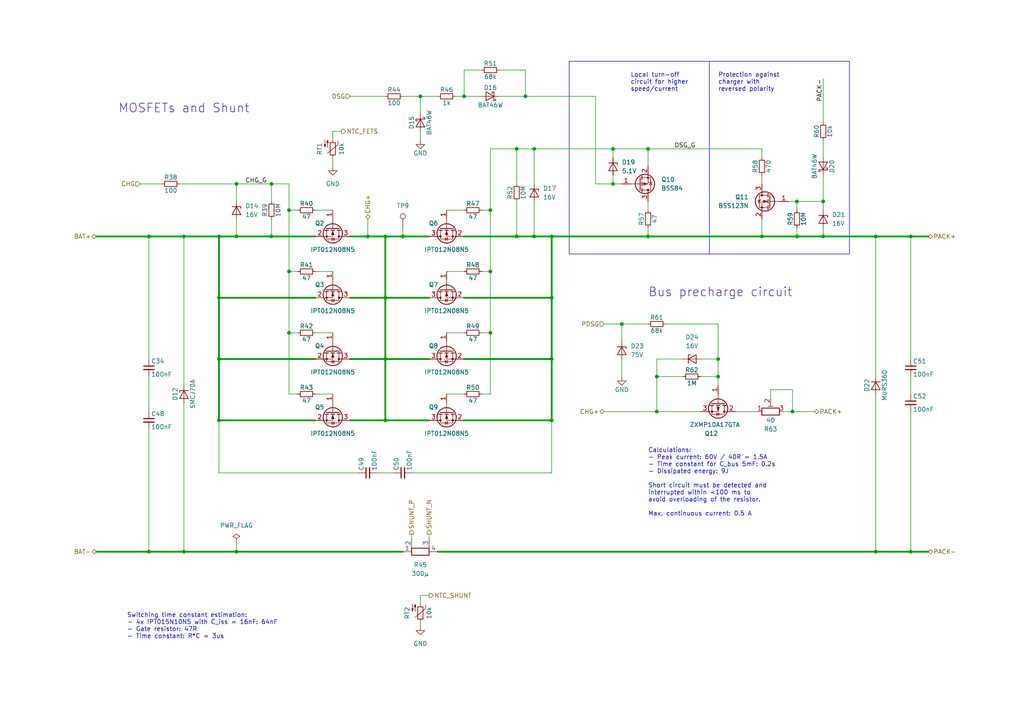
<source format=kicad_sch>
(kicad_sch (version 20231120) (generator "eeschema") (generator_version "8.0")
  (paper "A4")
  (title_block (title "Libre Solar BMS C1") (date "2024-03-17") (rev "0.4.1") (company "Libre Solar Technologies GmbH") (comment 1 "Website: https://libre.solar") (comment 2 "Author: Martin Jäger") (comment 3 "License: CERN-OHL-W"))
  (lib_symbols
    (symbol "Connector:TestPoint" (pin_numbers hide) (pin_names (offset 0.762) hide)
      (property "Reference" "TP" (at 0 6.858 0))
      (property "Value" "TestPoint" (at 0 5.08 0))
      (symbol "TestPoint_0_1"
        (circle (center 0 3.302) (radius 0.762))
      )
      (symbol "TestPoint_1_1"
        (pin passive line (at 0 0 90) (length 2.54) (name "1") (number "1"))
      )
    )
    (symbol "Device:Q_NMOS_GSD" (pin_names (offset 0) hide)
      (property "Reference" "Q" (at 5.08 1.27 0))
      (property "Value" "Q_NMOS_GSD" (at 5.08 -1.27 0))
      (symbol "Q_NMOS_GSD_0_1"
        (polyline (pts (xy 0.254 0) (xy -2.54 0)))
        (polyline (pts (xy 0.254 1.905) (xy 0.254 -1.905)) (stroke (width 0.254)))
        (polyline (pts (xy 0.762 -1.27) (xy 0.762 -2.286)) (stroke (width 0.254)))
        (polyline (pts (xy 0.762 0.508) (xy 0.762 -0.508)) (stroke (width 0.254)))
        (polyline (pts (xy 0.762 2.286) (xy 0.762 1.27)) (stroke (width 0.254)))
        (polyline (pts (xy 2.54 2.54) (xy 2.54 1.778)))
        (polyline (pts (xy 2.54 -2.54) (xy 2.54 0) (xy 0.762 0)))
        (polyline (pts (xy 0.762 -1.778) (xy 3.302 -1.778) (xy 3.302 1.778) (xy 0.762 1.778)))
        (polyline (pts (xy 1.016 0) (xy 2.032 0.381) (xy 2.032 -0.381) (xy 1.016 0)) (fill (type outline)))
        (polyline (pts (xy 2.794 0.508) (xy 2.921 0.381) (xy 3.683 0.381) (xy 3.81 0.254)))
        (polyline (pts (xy 3.302 0.381) (xy 2.921 -0.254) (xy 3.683 -0.254) (xy 3.302 0.381)))
        (circle (center 1.651 0) (radius 2.794) (stroke (width 0.254)))
        (circle (center 2.54 -1.778) (radius 0.254) (fill (type outline)))
        (circle (center 2.54 1.778) (radius 0.254) (fill (type outline)))
      )
      (symbol "Q_NMOS_GSD_1_1"
        (pin input line (at -5.08 0 0) (length 2.54) (name "G") (number "1"))
        (pin passive line (at 2.54 -5.08 90) (length 2.54) (name "S") (number "2"))
        (pin passive line (at 2.54 5.08 270) (length 2.54) (name "D") (number "3"))
      )
    )
    (symbol "Device:Q_PMOS_GDS" (pin_names (offset 0) hide)
      (property "Reference" "Q" (at 5.08 1.27 0))
      (property "Value" "Q_PMOS_GDS" (at 5.08 -1.27 0))
      (symbol "Q_PMOS_GDS_0_1"
        (polyline (pts (xy 0.254 0) (xy -2.54 0)))
        (polyline (pts (xy 0.254 1.905) (xy 0.254 -1.905)) (stroke (width 0.254)))
        (polyline (pts (xy 0.762 -1.27) (xy 0.762 -2.286)) (stroke (width 0.254)))
        (polyline (pts (xy 0.762 0.508) (xy 0.762 -0.508)) (stroke (width 0.254)))
        (polyline (pts (xy 0.762 2.286) (xy 0.762 1.27)) (stroke (width 0.254)))
        (polyline (pts (xy 2.54 2.54) (xy 2.54 1.778)))
        (polyline (pts (xy 2.54 -2.54) (xy 2.54 0) (xy 0.762 0)))
        (polyline (pts (xy 0.762 1.778) (xy 3.302 1.778) (xy 3.302 -1.778) (xy 0.762 -1.778)))
        (polyline (pts (xy 2.286 0) (xy 1.27 0.381) (xy 1.27 -0.381) (xy 2.286 0)) (fill (type outline)))
        (polyline (pts (xy 2.794 -0.508) (xy 2.921 -0.381) (xy 3.683 -0.381) (xy 3.81 -0.254)))
        (polyline (pts (xy 3.302 -0.381) (xy 2.921 0.254) (xy 3.683 0.254) (xy 3.302 -0.381)))
        (circle (center 1.651 0) (radius 2.794) (stroke (width 0.254)))
        (circle (center 2.54 -1.778) (radius 0.254) (fill (type outline)))
        (circle (center 2.54 1.778) (radius 0.254) (fill (type outline)))
      )
      (symbol "Q_PMOS_GDS_1_1"
        (pin input line (at -5.08 0 0) (length 2.54) (name "G") (number "1"))
        (pin passive line (at 2.54 5.08 270) (length 2.54) (name "D") (number "2"))
        (pin passive line (at 2.54 -5.08 90) (length 2.54) (name "S") (number "3"))
      )
    )
    (symbol "Device:Q_PMOS_GSD" (pin_names (offset 0) hide)
      (property "Reference" "Q" (at 5.08 1.27 0))
      (property "Value" "Q_PMOS_GSD" (at 5.08 -1.27 0))
      (symbol "Q_PMOS_GSD_0_1"
        (polyline (pts (xy 0.254 0) (xy -2.54 0)))
        (polyline (pts (xy 0.254 1.905) (xy 0.254 -1.905)) (stroke (width 0.254)))
        (polyline (pts (xy 0.762 -1.27) (xy 0.762 -2.286)) (stroke (width 0.254)))
        (polyline (pts (xy 0.762 0.508) (xy 0.762 -0.508)) (stroke (width 0.254)))
        (polyline (pts (xy 0.762 2.286) (xy 0.762 1.27)) (stroke (width 0.254)))
        (polyline (pts (xy 2.54 2.54) (xy 2.54 1.778)))
        (polyline (pts (xy 2.54 -2.54) (xy 2.54 0) (xy 0.762 0)))
        (polyline (pts (xy 0.762 1.778) (xy 3.302 1.778) (xy 3.302 -1.778) (xy 0.762 -1.778)))
        (polyline (pts (xy 2.286 0) (xy 1.27 0.381) (xy 1.27 -0.381) (xy 2.286 0)) (fill (type outline)))
        (polyline (pts (xy 2.794 -0.508) (xy 2.921 -0.381) (xy 3.683 -0.381) (xy 3.81 -0.254)))
        (polyline (pts (xy 3.302 -0.381) (xy 2.921 0.254) (xy 3.683 0.254) (xy 3.302 -0.381)))
        (circle (center 1.651 0) (radius 2.794) (stroke (width 0.254)))
        (circle (center 2.54 -1.778) (radius 0.254) (fill (type outline)))
        (circle (center 2.54 1.778) (radius 0.254) (fill (type outline)))
      )
      (symbol "Q_PMOS_GSD_1_1"
        (pin input line (at -5.08 0 0) (length 2.54) (name "G") (number "1"))
        (pin passive line (at 2.54 -5.08 90) (length 2.54) (name "S") (number "2"))
        (pin passive line (at 2.54 5.08 270) (length 2.54) (name "D") (number "3"))
      )
    )
    (symbol "Device:R_Potentiometer_Trim" (pin_names (offset 1.016) hide)
      (property "Reference" "RV" (at -4.445 0 90))
      (property "Value" "R_Potentiometer_Trim" (at -2.54 0 90))
      (symbol "R_Potentiometer_Trim_0_1"
        (polyline (pts (xy 1.524 0.762) (xy 1.524 -0.762)))
        (polyline (pts (xy 2.54 0) (xy 1.524 0)))
        (rectangle (start 1.016 2.54) (end -1.016 -2.54) (stroke (width 0.254)))
      )
      (symbol "R_Potentiometer_Trim_1_1"
        (pin passive line (at 0 3.81 270) (length 1.27) (name "1") (number "1"))
        (pin passive line (at 3.81 0 180) (length 1.27) (name "2") (number "2"))
        (pin passive line (at 0 -3.81 90) (length 1.27) (name "3") (number "3"))
      )
    )
    (symbol "Device:R_Shunt" (pin_numbers hide) (pin_names (offset 0))
      (property "Reference" "R" (at -4.445 0 90))
      (property "Value" "R_Shunt" (at -2.54 0 90))
      (symbol "R_Shunt_0_1"
        (rectangle (start -1.016 -2.54) (end 1.016 2.54) (stroke (width 0.254)))
        (polyline (pts (xy 0 -2.54) (xy 1.27 -2.54)))
        (polyline (pts (xy 1.27 2.54) (xy 0 2.54)))
      )
      (symbol "R_Shunt_1_1"
        (pin passive line (at 0 5.08 270) (length 2.54) (name "1") (number "1"))
        (pin passive line (at 3.81 2.54 180) (length 2.54) (name "2") (number "2"))
        (pin passive line (at 3.81 -2.54 180) (length 2.54) (name "3") (number "3"))
        (pin passive line (at 0 -5.08 90) (length 2.54) (name "4") (number "4"))
      )
    )
    (symbol "LibreSolar:C" (pin_numbers hide) (pin_names (offset 0.254) hide)
      (property "Reference" "C" (at 0.635 1.905 0))
      (property "Value" "C" (at 0.635 -1.905 0))
      (symbol "C_0_1"
        (polyline (pts (xy -1.524 -0.508) (xy 1.524 -0.508)) (stroke (width 0.3302)))
        (polyline (pts (xy -1.524 0.508) (xy 0 0.508) (xy 1.524 0.508)) (stroke (width 0.3048)))
      )
      (symbol "C_1_1"
        (pin passive line (at 0 2.54 270) (length 1.905) (name "~") (number "1"))
        (pin passive line (at 0 -2.54 90) (length 2.032) (name "~") (number "2"))
      )
    )
    (symbol "LibreSolar:D" (pin_numbers hide) (pin_names (offset 0.254) hide)
      (property "Reference" "D" (at 0 2.54 0))
      (property "Value" "D" (at 0 -2.54 0))
      (symbol "D_0_1"
        (polyline (pts (xy -1.27 0) (xy 1.27 0)))
        (polyline (pts (xy -1.016 -1.27) (xy -1.016 1.27)) (stroke (width 0.2032)))
        (polyline (pts (xy 1.27 -1.27) (xy -1.016 0) (xy 1.27 1.27) (xy 1.27 -1.27)) (stroke (width 0.2032)))
      )
      (symbol "D_1_1"
        (pin passive line (at -2.54 0 0) (length 1.27) (name "K") (number "1"))
        (pin passive line (at 2.54 0 180) (length 1.27) (name "A") (number "2"))
      )
    )
    (symbol "LibreSolar:D_Schottky" (pin_numbers hide) (pin_names (offset 0.254) hide)
      (property "Reference" "D" (at 0 2.54 0))
      (property "Value" "D_Schottky" (at 0 -2.54 0))
      (symbol "D_Schottky_0_1"
        (polyline (pts (xy -1.016 -1.27) (xy -1.016 1.27)) (stroke (width 0.2032)))
        (polyline (pts (xy 1.27 0) (xy -1.27 0)))
        (polyline (pts (xy -1.016 -1.27) (xy -1.524 -1.27) (xy -1.524 -0.762)) (stroke (width 0.2032)))
        (polyline (pts (xy -1.016 1.27) (xy -0.508 1.27) (xy -0.508 0.762)) (stroke (width 0.2032)))
        (polyline (pts (xy 1.27 -1.27) (xy -1.016 0) (xy 1.27 1.27) (xy 1.27 -1.27)) (stroke (width 0.2032)))
      )
      (symbol "D_Schottky_1_1"
        (pin passive line (at -2.54 0 0) (length 1.27) (name "K") (number "1"))
        (pin passive line (at 2.54 0 180) (length 1.27) (name "A") (number "2"))
      )
    )
    (symbol "LibreSolar:D_Zener" (pin_numbers hide) (pin_names (offset 1.016) hide)
      (property "Reference" "D" (at 0 2.54 0))
      (property "Value" "D_Zener" (at 0 -2.54 0))
      (symbol "D_Zener_0_1"
        (polyline (pts (xy 1.27 0) (xy -1.27 0)))
        (polyline (pts (xy -1.016 0) (xy 1.27 1.27) (xy 1.27 -1.27) (xy -1.016 0)) (stroke (width 0.2032)))
        (polyline (pts (xy -0.508 1.27) (xy -1.016 1.27) (xy -1.016 0) (xy -1.016 -1.27)) (stroke (width 0.2032)))
      )
      (symbol "D_Zener_1_1"
        (pin passive line (at -2.54 0 0) (length 1.27) (name "K") (number "1"))
        (pin passive line (at 2.54 0 180) (length 1.27) (name "A") (number "2"))
      )
    )
    (symbol "LibreSolar:R" (pin_numbers hide) (pin_names (offset 0.254) hide)
      (property "Reference" "R" (at -1.905 0 90))
      (property "Value" "R" (at 1.905 0 90))
      (symbol "R_0_1"
        (rectangle (start -0.762 1.778) (end 0.762 -1.778) (stroke (width 0.2032)))
      )
      (symbol "R_1_1"
        (pin passive line (at 0 2.54 270) (length 0.762) (name "~") (number "1"))
        (pin passive line (at 0 -2.54 90) (length 0.762) (name "~") (number "2"))
      )
    )
    (symbol "LibreSolar:R_NTC" (pin_numbers hide) (pin_names (offset 0))
      (property "Reference" "RT" (at -3.81 0 90))
      (property "Value" "R_NTC" (at 2.54 0 90))
      (symbol "R_NTC_0_1"
        (rectangle (start -0.762 1.778) (end 0.762 -1.778) (stroke (width 0.2032)))
        (polyline (pts (xy 1.524 -2.286) (xy 1.524 -1.27) (xy -1.524 1.27)))
        (polyline (pts (xy -2.286 -2.54) (xy -2.286 -0.508) (xy -2.54 -1.27) (xy -2.032 -1.27) (xy -2.286 -0.508) (xy -2.286 -0.762)) (fill (type outline)))
        (polyline (pts (xy -1.524 -0.508) (xy -1.524 -2.54) (xy -1.778 -1.778) (xy -1.27 -1.778) (xy -1.524 -2.54) (xy -1.524 -2.286)) (fill (type outline)))
      )
      (symbol "R_NTC_1_1"
        (pin passive line (at 0 2.54 270) (length 0.762) (name "~") (number "1"))
        (pin passive line (at 0 -2.54 90) (length 0.762) (name "~") (number "2"))
      )
    )
    (symbol "power:GND" (power) (pin_names (offset 0))
      (property "Value" "GND" (at 0 -3.81 0))
      (symbol "GND_0_1"
        (polyline (pts (xy 0 0) (xy 0 -1.27) (xy 1.27 -1.27) (xy 0 -2.54) (xy -1.27 -1.27) (xy 0 -1.27)))
      )
      (symbol "GND_1_1"
        (pin power_in line (at 0 0 270) (length 0) hide (name "GND") (number "1"))
      )
    )
    (symbol "power:PWR_FLAG" (power) (pin_numbers hide) (pin_names (offset 0) hide)
      (property "Value" "PWR_FLAG" (at 0 3.81 0))
      (symbol "PWR_FLAG_0_0"
        (pin power_out line (at 0 0 90) (length 0) (name "pwr") (number "1"))
      )
      (symbol "PWR_FLAG_0_1"
        (polyline (pts (xy 0 0) (xy 0 1.27) (xy -1.016 1.905) (xy 0 2.54) (xy 1.016 1.905) (xy 0 1.27)))
      )
    )
  )
  (junction (at 116.84 68.58))
  (junction (at 187.96 68.58))
  (junction (at 142.24 60.96))
  (junction (at 111.76 68.58))
  (junction (at 83.82 96.52))
  (junction (at 68.58 53.34))
  (junction (at 187.96 43.18))
  (junction (at 149.86 43.18))
  (junction (at 68.58 160.02))
  (junction (at 78.74 53.34))
  (junction (at 208.28 104.14))
  (junction (at 68.58 68.58))
  (junction (at 152.4 27.94))
  (junction (at 231.14 58.42))
  (junction (at 160.02 104.14))
  (junction (at 238.76 68.58))
  (junction (at 264.16 68.58))
  (junction (at 177.8 53.34))
  (junction (at 43.18 68.58))
  (junction (at 220.98 68.58))
  (junction (at 111.76 121.92))
  (junction (at 111.76 104.14))
  (junction (at 180.34 93.98))
  (junction (at 238.76 58.42))
  (junction (at 142.24 78.74))
  (junction (at 254 160.02))
  (junction (at 63.5 68.58) (diameter 0.9144))
  (junction (at 231.14 68.58))
  (junction (at 160.02 86.36))
  (junction (at 149.86 68.58))
  (junction (at 78.74 68.58))
  (junction (at 154.94 43.18))
  (junction (at 254 68.58))
  (junction (at 53.34 160.02))
  (junction (at 83.82 78.74))
  (junction (at 208.28 109.22))
  (junction (at 111.76 86.36))
  (junction (at 229.87 119.38))
  (junction (at 63.5 86.36) (diameter 0.9144))
  (junction (at 160.02 121.92))
  (junction (at 177.8 43.18))
  (junction (at 154.94 68.58))
  (junction (at 106.68 68.58))
  (junction (at 43.18 160.02))
  (junction (at 134.62 27.94))
  (junction (at 63.5 104.14))
  (junction (at 264.16 160.02))
  (junction (at 190.5 119.38))
  (junction (at 190.5 109.22))
  (junction (at 121.92 27.94))
  (junction (at 53.34 68.58))
  (junction (at 63.5 121.92))
  (junction (at 160.02 68.58))
  (junction (at 142.24 96.52))
  (junction (at 83.82 60.96))
  (wire (pts (xy 187.96 43.18) (xy 187.96 48.26)))
  (wire (pts (xy 149.86 43.18) (xy 154.94 43.18)))
  (wire (pts (xy 68.58 53.34) (xy 78.74 53.34)))
  (wire (pts (xy 124.46 154.94) (xy 124.46 156.21)))
  (polyline (pts (xy 165.1 17.78) (xy 165.1 73.66)))
  (wire (pts (xy 144.78 20.32) (xy 152.4 20.32)))
  (wire (pts (xy 160.02 68.58) (xy 160.02 86.36)) (stroke (width 0.508)))
  (wire (pts (xy 254 68.58) (xy 254 109.22)))
  (wire (pts (xy 220.98 50.8) (xy 220.98 53.34)))
  (wire (pts (xy 223.52 113.03) (xy 229.87 113.03)))
  (wire (pts (xy 180.34 93.98) (xy 187.96 93.98)))
  (wire (pts (xy 83.82 114.3) (xy 86.36 114.3)))
  (wire (pts (xy 63.5 86.36) (xy 63.5 104.14)) (stroke (width 0.508)))
  (wire (pts (xy 78.74 68.58) (xy 91.44 68.58)) (stroke (width 0.508)))
  (wire (pts (xy 142.24 43.18) (xy 149.86 43.18)))
  (wire (pts (xy 134.62 20.32) (xy 134.62 27.94)))
  (wire (pts (xy 119.38 154.94) (xy 119.38 156.21)))
  (wire (pts (xy 187.96 43.18) (xy 220.98 43.18)))
  (wire (pts (xy 111.76 68.58) (xy 116.84 68.58)) (stroke (width 0.508)))
  (wire (pts (xy 111.76 104.14) (xy 124.46 104.14)) (stroke (width 0.508)))
  (wire (pts (xy 68.58 68.58) (xy 78.74 68.58)) (stroke (width 0.508)))
  (wire (pts (xy 83.82 78.74) (xy 83.82 96.52)))
  (wire (pts (xy 43.18 124.46) (xy 43.18 160.02)))
  (wire (pts (xy 160.02 86.36) (xy 160.02 104.14)) (stroke (width 0.508)))
  (wire (pts (xy 68.58 53.34) (xy 68.58 58.42)))
  (wire (pts (xy 40.64 53.34) (xy 46.99 53.34)))
  (wire (pts (xy 104.14 137.16) (xy 63.5 137.16)))
  (wire (pts (xy 175.26 93.98) (xy 180.34 93.98)))
  (wire (pts (xy 83.82 60.96) (xy 86.36 60.96)))
  (wire (pts (xy 208.28 104.14) (xy 208.28 109.22)))
  (wire (pts (xy 53.34 68.58) (xy 53.34 111.76)))
  (wire (pts (xy 142.24 96.52) (xy 142.24 114.3)))
  (wire (pts (xy 106.68 68.58) (xy 111.76 68.58)) (stroke (width 0.508)))
  (wire (pts (xy 106.68 63.5) (xy 106.68 68.58)))
  (wire (pts (xy 160.02 104.14) (xy 160.02 121.92)) (stroke (width 0.508)))
  (wire (pts (xy 160.02 121.92) (xy 160.02 137.16)))
  (wire (pts (xy 254 68.58) (xy 264.16 68.58)) (stroke (width 0.508)))
  (wire (pts (xy 154.94 43.18) (xy 154.94 53.34)))
  (wire (pts (xy 149.86 58.42) (xy 149.86 68.58)))
  (wire (pts (xy 91.44 78.74) (xy 96.52 78.74)))
  (wire (pts (xy 238.76 66.04) (xy 238.76 68.58)))
  (wire (pts (xy 111.76 104.14) (xy 111.76 121.92)) (stroke (width 0.508)))
  (wire (pts (xy 121.92 27.94) (xy 127 27.94)))
  (wire (pts (xy 63.5 104.14) (xy 63.5 121.92)) (stroke (width 0.508)))
  (wire (pts (xy 134.62 104.14) (xy 160.02 104.14)) (stroke (width 0.508)))
  (wire (pts (xy 111.76 68.58) (xy 111.76 86.36)) (stroke (width 0.508)))
  (wire (pts (xy 231.14 66.04) (xy 231.14 68.58)))
  (polyline (pts (xy 165.1 73.66) (xy 205.74 73.66)))
  (wire (pts (xy 160.02 68.58) (xy 187.96 68.58)) (stroke (width 0.508)))
  (wire (pts (xy 144.78 27.94) (xy 152.4 27.94)))
  (wire (pts (xy 63.5 86.36) (xy 91.44 86.36)) (stroke (width 0.508)))
  (wire (pts (xy 139.7 20.32) (xy 134.62 20.32)))
  (wire (pts (xy 208.28 93.98) (xy 193.04 93.98)))
  (wire (pts (xy 78.74 53.34) (xy 78.74 58.42)))
  (wire (pts (xy 238.76 40.64) (xy 238.76 45.72)))
  (wire (pts (xy 132.08 27.94) (xy 134.62 27.94)))
  (wire (pts (xy 139.7 78.74) (xy 142.24 78.74)))
  (wire (pts (xy 63.5 68.58) (xy 63.5 86.36)) (stroke (width 0.508)))
  (wire (pts (xy 172.72 53.34) (xy 177.8 53.34)))
  (wire (pts (xy 231.14 58.42) (xy 238.76 58.42)))
  (wire (pts (xy 96.52 48.26) (xy 96.52 45.72)))
  (wire (pts (xy 101.6 27.94) (xy 111.76 27.94)))
  (wire (pts (xy 68.58 160.02) (xy 116.84 160.02)) (stroke (width 0.508)))
  (wire (pts (xy 53.34 116.84) (xy 53.34 160.02)))
  (wire (pts (xy 198.12 104.14) (xy 190.5 104.14)))
  (wire (pts (xy 63.5 68.58) (xy 68.58 68.58)) (stroke (width 0.508)))
  (wire (pts (xy 187.96 68.58) (xy 220.98 68.58)) (stroke (width 0.508)))
  (wire (pts (xy 238.76 50.8) (xy 238.76 58.42)))
  (wire (pts (xy 213.36 119.38) (xy 219.71 119.38)))
  (wire (pts (xy 154.94 43.18) (xy 177.8 43.18)))
  (wire (pts (xy 154.94 68.58) (xy 160.02 68.58)) (stroke (width 0.508)))
  (wire (pts (xy 152.4 27.94) (xy 172.72 27.94)))
  (wire (pts (xy 208.28 109.22) (xy 203.2 109.22)))
  (wire (pts (xy 101.6 86.36) (xy 111.76 86.36)) (stroke (width 0.508)))
  (wire (pts (xy 116.84 66.04) (xy 116.84 68.58)))
  (polyline (pts (xy 165.1 17.78) (xy 205.74 17.78)))
  (wire (pts (xy 111.76 121.92) (xy 124.46 121.92)) (stroke (width 0.508)))
  (wire (pts (xy 229.87 113.03) (xy 229.87 119.38)))
  (wire (pts (xy 229.87 119.38) (xy 236.22 119.38)))
  (wire (pts (xy 208.28 111.76) (xy 208.28 109.22)))
  (wire (pts (xy 254 160.02) (xy 264.16 160.02)) (stroke (width 0.508)))
  (wire (pts (xy 43.18 68.58) (xy 53.34 68.58)) (stroke (width 0.508)))
  (wire (pts (xy 134.62 121.92) (xy 160.02 121.92)) (stroke (width 0.508)))
  (wire (pts (xy 142.24 60.96) (xy 142.24 78.74)))
  (wire (pts (xy 129.54 78.74) (xy 134.62 78.74)))
  (wire (pts (xy 111.76 104.14) (xy 111.76 86.36)) (stroke (width 0.508)))
  (wire (pts (xy 53.34 160.02) (xy 68.58 160.02)) (stroke (width 0.508)))
  (wire (pts (xy 96.52 38.1) (xy 96.52 40.64)))
  (wire (pts (xy 177.8 53.34) (xy 180.34 53.34)))
  (wire (pts (xy 86.36 78.74) (xy 83.82 78.74)))
  (wire (pts (xy 264.16 119.38) (xy 264.16 160.02)))
  (wire (pts (xy 68.58 63.5) (xy 68.58 68.58)))
  (wire (pts (xy 53.34 68.58) (xy 63.5 68.58)) (stroke (width 0.508)))
  (wire (pts (xy 121.92 181.61) (xy 121.92 180.34)))
  (wire (pts (xy 139.7 114.3) (xy 142.24 114.3)))
  (wire (pts (xy 190.5 104.14) (xy 190.5 109.22)))
  (wire (pts (xy 121.92 27.94) (xy 121.92 33.02)))
  (wire (pts (xy 101.6 104.14) (xy 111.76 104.14)) (stroke (width 0.508)))
  (wire (pts (xy 220.98 63.5) (xy 220.98 68.58)))
  (wire (pts (xy 119.38 137.16) (xy 160.02 137.16)))
  (wire (pts (xy 116.84 68.58) (xy 124.46 68.58)) (stroke (width 0.508)))
  (wire (pts (xy 78.74 53.34) (xy 83.82 53.34)))
  (wire (pts (xy 134.62 27.94) (xy 139.7 27.94)))
  (wire (pts (xy 177.8 50.8) (xy 177.8 53.34)))
  (wire (pts (xy 149.86 68.58) (xy 154.94 68.58)) (stroke (width 0.508)))
  (wire (pts (xy 152.4 20.32) (xy 152.4 27.94)))
  (wire (pts (xy 227.33 119.38) (xy 229.87 119.38)))
  (wire (pts (xy 264.16 109.22) (xy 264.16 114.3)))
  (polyline (pts (xy 246.38 73.66) (xy 246.38 17.78)))
  (wire (pts (xy 83.82 96.52) (xy 86.36 96.52)))
  (wire (pts (xy 231.14 58.42) (xy 231.14 60.96)))
  (wire (pts (xy 83.82 53.34) (xy 83.82 60.96)))
  (wire (pts (xy 142.24 43.18) (xy 142.24 60.96)))
  (wire (pts (xy 91.44 60.96) (xy 96.52 60.96)))
  (wire (pts (xy 180.34 104.14) (xy 180.34 109.22)))
  (wire (pts (xy 231.14 68.58) (xy 238.76 68.58)) (stroke (width 0.508)))
  (wire (pts (xy 142.24 78.74) (xy 142.24 96.52)))
  (wire (pts (xy 78.74 63.5) (xy 78.74 68.58)))
  (wire (pts (xy 121.92 172.72) (xy 121.92 175.26)))
  (wire (pts (xy 238.76 60.96) (xy 238.76 58.42)))
  (wire (pts (xy 99.06 38.1) (xy 96.52 38.1)))
  (wire (pts (xy 220.98 68.58) (xy 231.14 68.58)) (stroke (width 0.508)))
  (wire (pts (xy 101.6 68.58) (xy 106.68 68.58)) (stroke (width 0.508)))
  (wire (pts (xy 116.84 27.94) (xy 121.92 27.94)))
  (wire (pts (xy 154.94 58.42) (xy 154.94 68.58)))
  (wire (pts (xy 27.94 68.58) (xy 43.18 68.58)) (stroke (width 0.508)))
  (wire (pts (xy 177.8 43.18) (xy 187.96 43.18)))
  (wire (pts (xy 127 160.02) (xy 254 160.02)) (stroke (width 0.508)))
  (wire (pts (xy 180.34 93.98) (xy 180.34 99.06)))
  (polyline (pts (xy 205.74 73.66) (xy 246.38 73.66)))
  (wire (pts (xy 254 114.3) (xy 254 160.02)))
  (wire (pts (xy 63.5 121.92) (xy 91.44 121.92)) (stroke (width 0.508)))
  (wire (pts (xy 27.94 160.02) (xy 43.18 160.02)) (stroke (width 0.508)))
  (wire (pts (xy 175.26 119.38) (xy 190.5 119.38)))
  (wire (pts (xy 91.44 96.52) (xy 96.52 96.52)))
  (wire (pts (xy 83.82 96.52) (xy 83.82 114.3)))
  (wire (pts (xy 223.52 115.57) (xy 223.52 113.03)))
  (wire (pts (xy 238.76 22.86) (xy 238.76 35.56)))
  (wire (pts (xy 91.44 114.3) (xy 96.52 114.3)))
  (wire (pts (xy 139.7 96.52) (xy 142.24 96.52)))
  (wire (pts (xy 190.5 109.22) (xy 190.5 119.38)))
  (wire (pts (xy 228.6 58.42) (xy 231.14 58.42)))
  (wire (pts (xy 101.6 121.92) (xy 111.76 121.92)) (stroke (width 0.508)))
  (wire (pts (xy 43.18 160.02) (xy 53.34 160.02)) (stroke (width 0.508)))
  (wire (pts (xy 68.58 157.48) (xy 68.58 160.02)))
  (wire (pts (xy 52.07 53.34) (xy 68.58 53.34)))
  (wire (pts (xy 203.2 119.38) (xy 190.5 119.38)))
  (wire (pts (xy 208.28 104.14) (xy 208.28 93.98)))
  (wire (pts (xy 203.2 104.14) (xy 208.28 104.14)))
  (wire (pts (xy 187.96 58.42) (xy 187.96 60.96)))
  (wire (pts (xy 83.82 78.74) (xy 83.82 60.96)))
  (wire (pts (xy 172.72 53.34) (xy 172.72 27.94)))
  (wire (pts (xy 177.8 43.18) (xy 177.8 45.72)))
  (wire (pts (xy 187.96 66.04) (xy 187.96 68.58)))
  (wire (pts (xy 129.54 60.96) (xy 134.62 60.96)))
  (wire (pts (xy 124.46 172.72) (xy 121.92 172.72)))
  (wire (pts (xy 198.12 109.22) (xy 190.5 109.22)))
  (wire (pts (xy 264.16 160.02) (xy 269.24 160.02)) (stroke (width 0.508)))
  (polyline (pts (xy 205.74 17.78) (xy 246.38 17.78)))
  (wire (pts (xy 129.54 114.3) (xy 134.62 114.3)))
  (wire (pts (xy 129.54 96.52) (xy 134.62 96.52)))
  (wire (pts (xy 238.76 68.58) (xy 254 68.58)) (stroke (width 0.508)))
  (wire (pts (xy 111.76 86.36) (xy 124.46 86.36)) (stroke (width 0.508)))
  (wire (pts (xy 43.18 68.58) (xy 43.18 104.14)))
  (wire (pts (xy 264.16 68.58) (xy 264.16 104.14)))
  (wire (pts (xy 43.18 109.22) (xy 43.18 119.38)))
  (wire (pts (xy 121.92 38.1) (xy 121.92 40.64)))
  (wire (pts (xy 63.5 137.16) (xy 63.5 121.92)))
  (wire (pts (xy 114.3 137.16) (xy 109.22 137.16)))
  (wire (pts (xy 139.7 60.96) (xy 142.24 60.96)))
  (polyline (pts (xy 205.74 17.78) (xy 205.74 73.66)))
  (wire (pts (xy 149.86 43.18) (xy 149.86 53.34)))
  (wire (pts (xy 134.62 68.58) (xy 149.86 68.58)) (stroke (width 0.508)))
  (wire (pts (xy 220.98 45.72) (xy 220.98 43.18)))
  (wire (pts (xy 134.62 86.36) (xy 160.02 86.36)) (stroke (width 0.508)))
  (wire (pts (xy 264.16 68.58) (xy 269.24 68.58)) (stroke (width 0.508)))
  (wire (pts (xy 63.5 104.14) (xy 91.44 104.14)) (stroke (width 0.508)))
  (text "Protection against\ncharger with \nreversed polarity" (at 208.28 26.67 0) (effects (font (size 1.27 1.27)) (justify left bottom)))
  (text "Switching time constant estimation:\n- 4x IPT015N10N5 with C_iss = 16nF: 64nF\n- Gate resistor: 47R\n- Time constant: R*C = 3us" (at 36.83 185.42 0) (effects (font (size 1.27 1.27)) (justify left bottom)))
  (text "MOSFETs and Shunt" (at 34.29 33.02 0) (effects (font (size 2.54 2.54)) (justify left bottom)))
  (text "Local turn-off \ncircuit for higher\nspeed/current" (at 182.88 26.67 0) (effects (font (size 1.27 1.27)) (justify left bottom)))
  (text "Bus precharge circuit" (at 187.96 86.36 0) (effects (font (size 2.54 2.54)) (justify left bottom)))
  (text "Calculations:\n- Peak current: 60V / 40R = 1.5A\n- Time constant for C_bus 5mF: 0.2s\n- Dissipated energy: 9J\n\nShort circuit must be detected and\ninterrupted within <100 ms to\navoid overloading of the resistor.\n\nMax. continuous current: 0.5 A" (at 187.96 149.86 0) (effects (font (size 1.27 1.27)) (justify left bottom)))
  (label "PACK-" (at 238.76 22.86 270))
  (label "DSG_G" (at 195.58 43.18 0))
  (label "CHG_G" (at 71.12 53.34 0))
  (hierarchical_label "DSG" (shape input) (at 101.6 27.94 180))
  (hierarchical_label "PDSG" (shape input) (at 175.26 93.98 180))
  (hierarchical_label "CHG" (shape input) (at 40.64 53.34 180))
  (hierarchical_label "NTC_SHUNT" (shape output) (at 124.46 172.72 0))
  (hierarchical_label "BAT+" (shape bidirectional) (at 27.94 68.58 180))
  (hierarchical_label "SHUNT_N" (shape output) (at 124.46 154.94 90))
  (hierarchical_label "CHG+" (shape bidirectional) (at 175.26 119.38 180))
  (hierarchical_label "PACK+" (shape bidirectional) (at 269.24 68.58 0))
  (hierarchical_label "BAT-" (shape bidirectional) (at 27.94 160.02 180))
  (hierarchical_label "CHG+" (shape bidirectional) (at 106.68 63.5 90))
  (hierarchical_label "PACK-" (shape bidirectional) (at 269.24 160.02 0))
  (hierarchical_label "PACK+" (shape bidirectional) (at 236.22 119.38 0))
  (hierarchical_label "SHUNT_P" (shape output) (at 119.38 154.94 90))
  (hierarchical_label "NTC_FETS" (shape output) (at 99.06 38.1 0))
  (symbol (lib_id "LibreSolar:R_NTC") (at 96.52 43.18 0) (mirror x) (unit 1)
    (property "Reference" "RT1" (at 92.71 43.18 90))
    (property "Value" "10k" (at 99.06 43.18 90))
    (property "Footprint" "LibreSolar:R_0603_1608" (effects (hide yes)))
    (property "Manufacturer" "TDK" (effects (hide yes)))
    (property "PartNumber" "NTCG163JF103FT1S" (effects (hide yes)))
    (property "LCSC" "C406719" (effects (hide yes)))
  )
  (symbol (lib_id "LibreSolar:D_Zener") (at 53.34 114.3 90) (mirror x) (unit 1)
    (property "Reference" "D12" (at 50.8 114.3 0))
    (property "Value" "SMCJ70A" (at 55.88 114.3 0))
    (property "Footprint" "LibreSolar:D_SMC" (effects (hide yes)))
    (property "Manufacturer" "Bourns" (effects (hide yes)))
    (property "PartNumber" "SMCJ70A" (effects (hide yes)))
    (property "Remarks" "Alternative: Diodes Inc. SMCJ70A-13-F" (effects (hide yes)))
    (property "LCSC" "C135194" (effects (hide yes)))
  )
  (symbol (lib_id "LibreSolar:D") (at 254 111.76 90) (mirror x) (unit 1)
    (property "Reference" "D22" (at 251.46 111.76 0))
    (property "Value" "MURS360" (at 256.54 111.76 0))
    (property "Footprint" "LibreSolar:D_SMC" (effects (hide yes)))
    (property "Manufacturer" "Diodes Incorporated" (effects (hide yes)))
    (property "PartNumber" "MURS360" (effects (hide yes)))
    (property "Remarks" "Alternative: Other MURS360" (effects (hide yes)))
    (property "LCSC" "C388245" (effects (hide yes)))
  )
  (symbol (lib_id "LibreSolar:C") (at 264.16 106.68 0) (unit 1)
    (property "Reference" "C51" (at 264.795 104.775 0) (effects (justify left)))
    (property "Value" "100nF" (at 264.795 108.585 0) (effects (justify left)))
    (property "Footprint" "LibreSolar:C_0603_1608" (effects (hide yes)))
    (property "Manufacturer" "Samsung Electro-Mechanics" (effects (hide yes)))
    (property "PartNumber" "CL10B104KC8NNNC" (effects (hide yes)))
    (property "Remarks" "min. 100V, X7R" (effects (hide yes)))
    (property "LCSC" "C15725" (effects (hide yes)))
  )
  (symbol (lib_id "LibreSolar:C") (at 264.16 116.84 0) (unit 1)
    (property "Reference" "C52" (at 264.795 114.935 0) (effects (justify left)))
    (property "Value" "100nF" (at 264.795 118.745 0) (effects (justify left)))
    (property "Footprint" "LibreSolar:C_0603_1608" (effects (hide yes)))
    (property "Manufacturer" "Samsung Electro-Mechanics" (effects (hide yes)))
    (property "PartNumber" "CL10B104KC8NNNC" (effects (hide yes)))
    (property "Remarks" "min. 100V, X7R" (effects (hide yes)))
    (property "LCSC" "C15725" (effects (hide yes)))
  )
  (symbol (lib_id "LibreSolar:C") (at 106.68 137.16 90) (unit 1)
    (property "Reference" "C49" (at 104.775 136.525 0) (effects (justify left)))
    (property "Value" "100nF" (at 108.585 136.525 0) (effects (justify left)))
    (property "Footprint" "LibreSolar:C_0603_1608" (effects (hide yes)))
    (property "Manufacturer" "Samsung Electro-Mechanics" (effects (hide yes)))
    (property "PartNumber" "CL10B104KC8NNNC" (effects (hide yes)))
    (property "Remarks" "min. 100V, X7R" (effects (hide yes)))
    (property "LCSC" "C15725" (effects (hide yes)))
  )
  (symbol (lib_id "LibreSolar:C") (at 116.84 137.16 90) (unit 1)
    (property "Reference" "C50" (at 114.935 136.525 0) (effects (justify left)))
    (property "Value" "100nF" (at 118.745 136.525 0) (effects (justify left)))
    (property "Footprint" "LibreSolar:C_0603_1608" (effects (hide yes)))
    (property "Manufacturer" "Samsung Electro-Mechanics" (effects (hide yes)))
    (property "PartNumber" "CL10B104KC8NNNC" (effects (hide yes)))
    (property "Remarks" "min. 100V, X7R" (effects (hide yes)))
    (property "LCSC" "C15725" (effects (hide yes)))
  )
  (symbol (lib_id "Device:Q_PMOS_GDS") (at 208.28 116.84 270) (unit 1)
    (property "Reference" "Q12" (at 208.28 125.73 90) (effects (justify right)))
    (property "Value" "ZXMP10A17GTA" (at 214.63 123.19 90) (effects (justify right)))
    (property "Footprint" "Package_TO_SOT_SMD:SOT-223-3_TabPin2" (effects (hide yes)))
    (property "Manufacturer" "Diodes Incorporated" (effects (hide yes)))
    (property "PartNumber" "ZXMP10A17GTA" (effects (hide yes)))
    (property "Remarks" "Alternative: IRFL9110TRPBF" (effects (hide yes)))
    (property "LCSC" "C32998" (effects (hide yes)))
  )
  (symbol (lib_id "LibreSolar:R") (at 78.74 60.96 0) (unit 1)
    (property "Reference" "R39" (at 76.835 60.96 90))
    (property "Value" "10M" (at 80.645 60.96 90))
    (property "Footprint" "LibreSolar:R_0603_1608" (effects (hide yes)))
    (property "Manufacturer" "Yageo" (effects (hide yes)))
    (property "PartNumber" "RC0603FR-0710ML" (effects (hide yes)))
  )
  (symbol (lib_id "LibreSolar:R") (at 149.86 55.88 0) (unit 1)
    (property "Reference" "R52" (at 147.955 55.88 90))
    (property "Value" "10M" (at 151.765 55.88 90))
    (property "Footprint" "LibreSolar:R_0603_1608" (effects (hide yes)))
    (property "Manufacturer" "Yageo" (effects (hide yes)))
    (property "PartNumber" "RC0603FR-0710ML" (effects (hide yes)))
  )
  (symbol (lib_id "Device:R_Shunt") (at 121.92 160.02 90) (unit 1)
    (property "Reference" "R45" (at 121.92 163.83 90))
    (property "Value" "300µ" (at 121.92 166.37 90))
    (property "Footprint" "LibreSolar:R_Shunt_5931_Kelvin" (effects (hide yes)))
    (property "Manufacturer" "Vishay" (effects (hide yes)))
    (property "PartNumber" "WSLP5931L3000FEA" (effects (hide yes)))
    (property "Remarks" "Alternative: Bourns CSS2H-5930R-L300F" (effects (hide yes)))
  )
  (symbol (lib_id "power:GND") (at 96.52 48.26 0) (unit 1)
    (property "Reference" "#PWR0159" (effects (hide yes)))
    (property "Value" "GND" (at 96.52 53.34 0))
  )
  (symbol (lib_id "power:PWR_FLAG") (at 68.58 157.48 0) (unit 1)
    (property "Reference" "#FLG02" (effects (hide yes)))
    (property "Value" "PWR_FLAG" (at 68.58 152.4 0))
  )
  (symbol (lib_id "LibreSolar:R") (at 238.76 38.1 0) (unit 1)
    (property "Reference" "R60" (at 236.855 38.1 90))
    (property "Value" "10k" (at 240.665 38.1 90))
    (property "Footprint" "LibreSolar:R_0603_1608" (effects (hide yes)))
    (property "Manufacturer" "Yageo" (effects (hide yes)))
    (property "PartNumber" "RC0603FR-0710KL" (effects (hide yes)))
  )
  (symbol (lib_id "Device:Q_NMOS_GSD") (at 96.52 119.38 270) (unit 1)
    (property "Reference" "Q5" (at 92.71 118.11 90))
    (property "Value" "IPT012N08N5" (at 96.52 125.73 90))
    (property "Footprint" "Package_TO_SOT_SMD:Infineon_PG-HSOF-8-1_ThermalVias" (effects (hide yes)))
    (property "Manufacturer" "Infineon" (effects (hide yes)))
    (property "PartNumber" "IPT012N08N5" (effects (hide yes)))
    (property "Remarks" "Alternative: Huayi HYG012N08NS1TA" (effects (hide yes)))
    (property "LCSC" "C531199" (effects (hide yes)))
  )
  (symbol (lib_id "LibreSolar:R") (at 200.66 109.22 90) (mirror x) (unit 1)
    (property "Reference" "R62" (at 200.66 107.315 90))
    (property "Value" "1M" (at 200.66 111.125 90))
    (property "Footprint" "LibreSolar:R_0603_1608" (effects (hide yes)))
    (property "Manufacturer" "Yageo" (effects (hide yes)))
    (property "PartNumber" "RC0603FR-071ML" (effects (hide yes)))
  )
  (symbol (lib_id "Device:Q_NMOS_GSD") (at 96.52 83.82 270) (unit 1)
    (property "Reference" "Q3" (at 92.71 82.55 90))
    (property "Value" "IPT012N08N5" (at 96.52 90.17 90))
    (property "Footprint" "Package_TO_SOT_SMD:Infineon_PG-HSOF-8-1_ThermalVias" (effects (hide yes)))
    (property "Manufacturer" "Infineon" (effects (hide yes)))
    (property "PartNumber" "IPT012N08N5" (effects (hide yes)))
    (property "Remarks" "Alternative: Huayi HYG012N08NS1TA" (effects (hide yes)))
    (property "LCSC" "C531199" (effects (hide yes)))
  )
  (symbol (lib_id "Device:Q_NMOS_GSD") (at 96.52 101.6 270) (unit 1)
    (property "Reference" "Q4" (at 92.71 100.33 90))
    (property "Value" "IPT012N08N5" (at 96.52 107.95 90))
    (property "Footprint" "Package_TO_SOT_SMD:Infineon_PG-HSOF-8-1_ThermalVias" (effects (hide yes)))
    (property "Manufacturer" "Infineon" (effects (hide yes)))
    (property "PartNumber" "IPT012N08N5" (effects (hide yes)))
    (property "Remarks" "Alternative: Huayi HYG012N08NS1TA" (effects (hide yes)))
    (property "LCSC" "C531199" (effects (hide yes)))
  )
  (symbol (lib_id "LibreSolar:R") (at 114.3 27.94 90) (mirror x) (unit 1)
    (property "Reference" "R44" (at 114.3 26.035 90))
    (property "Value" "100" (at 114.3 29.845 90))
    (property "Footprint" "LibreSolar:R_0603_1608" (effects (hide yes)))
    (property "Manufacturer" "Yageo" (effects (hide yes)))
    (property "PartNumber" "RC0603FR-07100RL" (effects (hide yes)))
  )
  (symbol (lib_id "Device:R_Potentiometer_Trim") (at 223.52 119.38 90) (unit 1)
    (property "Reference" "R63" (at 223.52 124.46 90))
    (property "Value" "40" (at 223.52 121.92 90))
    (property "Footprint" "LibreSolar:Bourns_PWR163" (effects (hide yes)))
    (property "Datasheet" "https://www.mouser.de/datasheet/2/54/pwr163-777985.pdf" (effects (hide yes)))
    (property "Manufacturer" "Bourns" (effects (hide yes)))
    (property "PartNumber" "PWR163S-25-40R0FE" (effects (hide yes)))
  )
  (symbol (lib_id "LibreSolar:D_Zener") (at 200.66 104.14 0) (unit 1)
    (property "Reference" "D24" (at 200.7108 97.79 0))
    (property "Value" "16V" (at 200.7108 100.33 0))
    (property "Footprint" "LibreSolar:D_SOD-123" (effects (hide yes)))
    (property "Datasheet" "https://www.mouser.de/datasheet/2/115/DIOD_S_A0003550771_1-2542306.pdf" (effects (hide yes)))
    (property "Manufacturer" "Diodes Incorporated" (effects (hide yes)))
    (property "PartNumber" "MMSZ5246B-7-F" (effects (hide yes)))
    (property "Remarks" "Alternative: Vishay MMSZ5246B-HE3-08" (effects (hide yes)))
    (property "LCSC" "C282317" (effects (hide yes)))
  )
  (symbol (lib_id "LibreSolar:R_NTC") (at 121.92 177.8 0) (mirror x) (unit 1)
    (property "Reference" "RT2" (at 118.11 177.8 90))
    (property "Value" "10k" (at 124.46 177.8 90))
    (property "Footprint" "LibreSolar:R_0603_1608" (effects (hide yes)))
    (property "Manufacturer" "TDK" (effects (hide yes)))
    (property "PartNumber" "NTCG163JF103FT1S" (effects (hide yes)))
    (property "LCSC" "C406719" (effects (hide yes)))
  )
  (symbol (lib_id "Device:Q_PMOS_GSD") (at 185.42 53.34 0) (mirror x) (unit 1)
    (property "Reference" "Q10" (at 191.77 52.07 0) (effects (justify left)))
    (property "Value" "BSS84" (at 191.77 54.61 0) (effects (justify left)))
    (property "Footprint" "LibreSolar:SOT-23" (effects (hide yes)))
    (property "Manufacturer" "Nexperia" (effects (hide yes)))
    (property "PartNumber" "BSS84AK,215" (effects (hide yes)))
    (property "Remarks" "at least -20V" (effects (hide yes)))
    (property "LCSC" "C127273" (effects (hide yes)))
  )
  (symbol (lib_id "power:GND") (at 121.92 40.64 0) (unit 1)
    (property "Reference" "#PWR07" (effects (hide yes)))
    (property "Value" "GND" (at 121.92 44.45 0))
  )
  (symbol (lib_id "LibreSolar:C") (at 43.18 121.92 0) (unit 1)
    (property "Reference" "C48" (at 43.815 120.015 0) (effects (justify left)))
    (property "Value" "100nF" (at 43.815 123.825 0) (effects (justify left)))
    (property "Footprint" "LibreSolar:C_0603_1608" (effects (hide yes)))
    (property "Manufacturer" "Samsung Electro-Mechanics" (effects (hide yes)))
    (property "PartNumber" "CL10B104KC8NNNC" (effects (hide yes)))
    (property "Remarks" "min. 100V, X7R" (effects (hide yes)))
    (property "LCSC" "C15725" (effects (hide yes)))
  )
  (symbol (lib_id "LibreSolar:R") (at 88.9 96.52 90) (mirror x) (unit 1)
    (property "Reference" "R42" (at 88.9 94.615 90))
    (property "Value" "47" (at 88.9 98.425 90))
    (property "Footprint" "LibreSolar:R_0603_1608" (effects (hide yes)))
    (property "Manufacturer" "Yageo" (effects (hide yes)))
    (property "PartNumber" "RC0603FR-0747RL" (effects (hide yes)))
  )
  (symbol (lib_id "LibreSolar:D_Schottky") (at 121.92 35.56 90) (mirror x) (unit 1)
    (property "Reference" "D15" (at 119.38 35.56 0))
    (property "Value" "BAT46W" (at 124.46 35.56 0))
    (property "Footprint" "LibreSolar:D_SOD-123" (effects (hide yes)))
    (property "Manufacturer" "Diodes Incorporated" (effects (hide yes)))
    (property "PartNumber" "BAT46W-7-F" (effects (hide yes)))
    (property "Remarks" "Alternative: MCC BAT46WHE3-TP" (effects (hide yes)))
    (property "LCSC" "C83152" (effects (hide yes)))
  )
  (symbol (lib_id "LibreSolar:R") (at 137.16 60.96 90) (mirror x) (unit 1)
    (property "Reference" "R47" (at 137.16 59.055 90))
    (property "Value" "47" (at 137.16 62.865 90))
    (property "Footprint" "LibreSolar:R_0603_1608" (effects (hide yes)))
    (property "Manufacturer" "Yageo" (effects (hide yes)))
    (property "PartNumber" "RC0603FR-0747RL" (effects (hide yes)))
  )
  (symbol (lib_id "LibreSolar:D_Schottky") (at 142.24 27.94 0) (mirror y) (unit 1)
    (property "Reference" "D16" (at 142.24 25.4 0))
    (property "Value" "BAT46W" (at 142.24 30.48 0))
    (property "Footprint" "LibreSolar:D_SOD-123" (effects (hide yes)))
    (property "Manufacturer" "Diodes Incorporated" (effects (hide yes)))
    (property "PartNumber" "BAT46W-7-F" (effects (hide yes)))
    (property "Remarks" "Alternative: MCC BAT46WHE3-TP" (effects (hide yes)))
    (property "LCSC" "C83152" (effects (hide yes)))
  )
  (symbol (lib_id "LibreSolar:R") (at 49.53 53.34 90) (mirror x) (unit 1)
    (property "Reference" "R38" (at 49.53 51.435 90))
    (property "Value" "100" (at 49.53 55.245 90))
    (property "Footprint" "LibreSolar:R_0603_1608" (effects (hide yes)))
    (property "Manufacturer" "Yageo" (effects (hide yes)))
    (property "PartNumber" "RC0603FR-07100RL" (effects (hide yes)))
  )
  (symbol (lib_id "LibreSolar:D_Zener") (at 154.94 55.88 270) (unit 1)
    (property "Reference" "D17" (at 157.48 54.6607 90) (effects (justify left)))
    (property "Value" "16V" (at 157.48 57.2007 90) (effects (justify left)))
    (property "Footprint" "LibreSolar:D_SOD-123" (effects (hide yes)))
    (property "Datasheet" "https://www.mouser.de/datasheet/2/115/DIOD_S_A0003550771_1-2542306.pdf" (effects (hide yes)))
    (property "Manufacturer" "Diodes Incorporated" (effects (hide yes)))
    (property "PartNumber" "MMSZ5246B-7-F" (effects (hide yes)))
    (property "Remarks" "Alternative: Vishay MMSZ5246B-HE3-08" (effects (hide yes)))
    (property "LCSC" "C282317" (effects (hide yes)))
  )
  (symbol (lib_id "LibreSolar:D_Schottky") (at 238.76 48.26 270) (mirror x) (unit 1)
    (property "Reference" "D20" (at 241.3 48.26 0))
    (property "Value" "BAT46W" (at 236.22 48.26 0))
    (property "Footprint" "LibreSolar:D_SOD-123" (effects (hide yes)))
    (property "Manufacturer" "Diodes Incorporated" (effects (hide yes)))
    (property "PartNumber" "BAT46W-7-F" (effects (hide yes)))
    (property "Remarks" "Alternative: MCC BAT46WHE3-TP" (effects (hide yes)))
    (property "LCSC" "C83152" (effects (hide yes)))
  )
  (symbol (lib_id "LibreSolar:D_Zener") (at 180.34 101.6 270) (unit 1)
    (property "Reference" "D23" (at 182.88 100.3807 90) (effects (justify left)))
    (property "Value" "75V" (at 182.88 102.9207 90) (effects (justify left)))
    (property "Footprint" "LibreSolar:D_SOD-123" (effects (hide yes)))
    (property "Datasheet" "https://www.mouser.de/datasheet/2/115/DIOD_S_A0003550771_1-2542306.pdf" (effects (hide yes)))
    (property "Manufacturer" "Diodes Incorporated" (effects (hide yes)))
    (property "PartNumber" "MMSZ5267BT1G" (effects (hide yes)))
    (property "LCSC" "C266795" (effects (hide yes)))
  )
  (symbol (lib_id "Device:Q_NMOS_GSD") (at 129.54 119.38 90) (mirror x) (unit 1)
    (property "Reference" "Q9" (at 125.73 118.11 90))
    (property "Value" "IPT012N08N5" (at 129.54 125.73 90))
    (property "Footprint" "Package_TO_SOT_SMD:Infineon_PG-HSOF-8-1_ThermalVias" (effects (hide yes)))
    (property "Manufacturer" "Infineon" (effects (hide yes)))
    (property "PartNumber" "IPT012N08N5" (effects (hide yes)))
    (property "Remarks" "Alternative: Huayi HYG012N08NS1TA" (effects (hide yes)))
    (property "LCSC" "C531199" (effects (hide yes)))
  )
  (symbol (lib_id "Device:Q_NMOS_GSD") (at 223.52 58.42 0) (mirror y) (unit 1)
    (property "Reference" "Q11" (at 217.17 57.15 0) (effects (justify left)))
    (property "Value" "BSS123N" (at 217.17 59.69 0) (effects (justify left)))
    (property "Footprint" "LibreSolar:SOT-23" (effects (hide yes)))
    (property "Manufacturer" "Infineon" (effects (hide yes)))
    (property "PartNumber" "BSS123N H6327" (effects (hide yes)))
    (property "LCSC" "C534594" (effects (hide yes)))
  )
  (symbol (lib_id "Device:Q_NMOS_GSD") (at 96.52 66.04 270) (unit 1)
    (property "Reference" "Q2" (at 92.71 64.77 90))
    (property "Value" "IPT012N08N5" (at 96.52 72.39 90))
    (property "Footprint" "Package_TO_SOT_SMD:Infineon_PG-HSOF-8-1_ThermalVias" (effects (hide yes)))
    (property "Manufacturer" "Infineon" (effects (hide yes)))
    (property "PartNumber" "IPT012N08N5" (effects (hide yes)))
    (property "Remarks" "Alternative: Huayi HYG012N08NS1TA" (effects (hide yes)))
    (property "LCSC" "C531199" (effects (hide yes)))
  )
  (symbol (lib_id "LibreSolar:R") (at 88.9 78.74 90) (mirror x) (unit 1)
    (property "Reference" "R41" (at 88.9 76.835 90))
    (property "Value" "47" (at 88.9 80.645 90))
    (property "Footprint" "LibreSolar:R_0603_1608" (effects (hide yes)))
    (property "Manufacturer" "Yageo" (effects (hide yes)))
    (property "PartNumber" "RC0603FR-0747RL" (effects (hide yes)))
  )
  (symbol (lib_id "LibreSolar:R") (at 231.14 63.5 0) (unit 1)
    (property "Reference" "R59" (at 229.235 63.5 90))
    (property "Value" "10M" (at 233.045 63.5 90))
    (property "Footprint" "LibreSolar:R_0603_1608" (effects (hide yes)))
    (property "Manufacturer" "Yageo" (effects (hide yes)))
    (property "PartNumber" "RC0603FR-0710ML" (effects (hide yes)))
  )
  (symbol (lib_id "LibreSolar:R") (at 142.24 20.32 90) (mirror x) (unit 1)
    (property "Reference" "R51" (at 142.24 18.415 90))
    (property "Value" "68k" (at 142.24 22.225 90))
    (property "Footprint" "LibreSolar:R_0603_1608" (effects (hide yes)))
    (property "Manufacturer" "Yageo" (effects (hide yes)))
    (property "PartNumber" "RC0603FR-0768KL" (effects (hide yes)))
  )
  (symbol (lib_id "LibreSolar:R") (at 88.9 60.96 90) (mirror x) (unit 1)
    (property "Reference" "R40" (at 88.9 59.055 90))
    (property "Value" "47" (at 88.9 62.865 90))
    (property "Footprint" "LibreSolar:R_0603_1608" (effects (hide yes)))
    (property "Manufacturer" "Yageo" (effects (hide yes)))
    (property "PartNumber" "RC0603FR-0747RL" (effects (hide yes)))
  )
  (symbol (lib_id "LibreSolar:D_Zener") (at 68.58 60.96 270) (unit 1)
    (property "Reference" "D14" (at 71.12 59.7407 90) (effects (justify left)))
    (property "Value" "16V" (at 71.12 62.2807 90) (effects (justify left)))
    (property "Footprint" "LibreSolar:D_SOD-123" (effects (hide yes)))
    (property "Datasheet" "https://www.mouser.de/datasheet/2/115/DIOD_S_A0003550771_1-2542306.pdf" (effects (hide yes)))
    (property "Manufacturer" "Diodes Incorporated" (effects (hide yes)))
    (property "PartNumber" "MMSZ5246B-7-F" (effects (hide yes)))
    (property "Remarks" "Alternative: Vishay MMSZ5246B-HE3-08" (effects (hide yes)))
    (property "LCSC" "C282317" (effects (hide yes)))
  )
  (symbol (lib_id "power:GND") (at 121.92 181.61 0) (unit 1)
    (property "Reference" "#PWR020" (effects (hide yes)))
    (property "Value" "GND" (at 121.92 186.69 0))
  )
  (symbol (lib_id "LibreSolar:R") (at 88.9 114.3 90) (mirror x) (unit 1)
    (property "Reference" "R43" (at 88.9 112.395 90))
    (property "Value" "47" (at 88.9 116.205 90))
    (property "Footprint" "LibreSolar:R_0603_1608" (effects (hide yes)))
    (property "Manufacturer" "Yageo" (effects (hide yes)))
    (property "PartNumber" "RC0603FR-0747RL" (effects (hide yes)))
  )
  (symbol (lib_id "LibreSolar:R") (at 129.54 27.94 90) (mirror x) (unit 1)
    (property "Reference" "R46" (at 129.54 26.035 90))
    (property "Value" "1k" (at 129.54 29.845 90))
    (property "Footprint" "LibreSolar:R_0603_1608" (effects (hide yes)))
    (property "Manufacturer" "Yageo" (effects (hide yes)))
    (property "PartNumber" "RC0603FR-071KL" (effects (hide yes)))
  )
  (symbol (lib_id "LibreSolar:D_Zener") (at 177.8 48.26 270) (unit 1)
    (property "Reference" "D19" (at 180.34 47.0407 90) (effects (justify left)))
    (property "Value" "5.1V" (at 180.34 49.5807 90) (effects (justify left)))
    (property "Footprint" "LibreSolar:D_SOD-323" (effects (hide yes)))
    (property "Manufacturer" "Diodes Incorporated" (effects (hide yes)))
    (property "PartNumber" "BZT52C5V1S-7-F" (effects (hide yes)))
    (property "Remarks" "Vishay BZX384C5V1" (effects (hide yes)))
    (property "LCSC" "C151348" (effects (hide yes)))
  )
  (symbol (lib_id "Connector:TestPoint") (at 116.84 66.04 0) (mirror y) (unit 1)
    (property "Reference" "TP9" (at 116.84 59.69 0))
    (property "Value" "TestPoint" (effects (hide yes)))
    (property "Footprint" "TestPoint:TestPoint_Pad_D1.5mm" (effects (hide yes)))
  )
  (symbol (lib_id "Device:Q_NMOS_GSD") (at 129.54 66.04 90) (mirror x) (unit 1)
    (property "Reference" "Q6" (at 125.73 64.77 90))
    (property "Value" "IPT012N08N5" (at 129.54 72.39 90))
    (property "Footprint" "Package_TO_SOT_SMD:Infineon_PG-HSOF-8-1_ThermalVias" (effects (hide yes)))
    (property "Manufacturer" "Infineon" (effects (hide yes)))
    (property "PartNumber" "IPT012N08N5" (effects (hide yes)))
    (property "Remarks" "Alternative: Huayi HYG012N08NS1TA" (effects (hide yes)))
    (property "LCSC" "C531199" (effects (hide yes)))
  )
  (symbol (lib_id "LibreSolar:R") (at 137.16 114.3 90) (mirror x) (unit 1)
    (property "Reference" "R50" (at 137.16 112.395 90))
    (property "Value" "47" (at 137.16 116.205 90))
    (property "Footprint" "LibreSolar:R_0603_1608" (effects (hide yes)))
    (property "Manufacturer" "Yageo" (effects (hide yes)))
    (property "PartNumber" "RC0603FR-0747RL" (effects (hide yes)))
  )
  (symbol (lib_id "LibreSolar:C") (at 43.18 106.68 0) (unit 1)
    (property "Reference" "C34" (at 43.815 104.775 0) (effects (justify left)))
    (property "Value" "100nF" (at 43.815 108.585 0) (effects (justify left)))
    (property "Footprint" "LibreSolar:C_0603_1608" (effects (hide yes)))
    (property "Manufacturer" "Samsung Electro-Mechanics" (effects (hide yes)))
    (property "PartNumber" "CL10B104KC8NNNC" (effects (hide yes)))
    (property "Remarks" "min. 100V, X7R" (effects (hide yes)))
    (property "LCSC" "C15725" (effects (hide yes)))
  )
  (symbol (lib_id "LibreSolar:D_Zener") (at 238.76 63.5 270) (unit 1)
    (property "Reference" "D21" (at 241.3 62.2807 90) (effects (justify left)))
    (property "Value" "16V" (at 241.3 64.8207 90) (effects (justify left)))
    (property "Footprint" "LibreSolar:D_SOD-123" (effects (hide yes)))
    (property "Datasheet" "https://www.mouser.de/datasheet/2/115/DIOD_S_A0003550771_1-2542306.pdf" (effects (hide yes)))
    (property "Manufacturer" "Diodes Incorporated" (effects (hide yes)))
    (property "PartNumber" "MMSZ5246B-7-F" (effects (hide yes)))
    (property "Remarks" "Alternative: Vishay MMSZ5246B-HE3-08" (effects (hide yes)))
    (property "LCSC" "C282317" (effects (hide yes)))
  )
  (symbol (lib_id "Device:Q_NMOS_GSD") (at 129.54 101.6 90) (mirror x) (unit 1)
    (property "Reference" "Q8" (at 125.73 100.33 90))
    (property "Value" "IPT012N08N5" (at 129.54 107.95 90))
    (property "Footprint" "Package_TO_SOT_SMD:Infineon_PG-HSOF-8-1_ThermalVias" (effects (hide yes)))
    (property "Manufacturer" "Infineon" (effects (hide yes)))
    (property "PartNumber" "IPT012N08N5" (effects (hide yes)))
    (property "Remarks" "Alternative: Huayi HYG012N08NS1TA" (effects (hide yes)))
    (property "LCSC" "C531199" (effects (hide yes)))
  )
  (symbol (lib_id "LibreSolar:R") (at 137.16 78.74 90) (mirror x) (unit 1)
    (property "Reference" "R48" (at 137.16 76.835 90))
    (property "Value" "47" (at 137.16 80.645 90))
    (property "Footprint" "LibreSolar:R_0603_1608" (effects (hide yes)))
    (property "Manufacturer" "Yageo" (effects (hide yes)))
    (property "PartNumber" "RC0603FR-0747RL" (effects (hide yes)))
  )
  (symbol (lib_id "Device:Q_NMOS_GSD") (at 129.54 83.82 90) (mirror x) (unit 1)
    (property "Reference" "Q7" (at 125.73 82.55 90))
    (property "Value" "IPT012N08N5" (at 129.54 90.17 90))
    (property "Footprint" "Package_TO_SOT_SMD:Infineon_PG-HSOF-8-1_ThermalVias" (effects (hide yes)))
    (property "Manufacturer" "Infineon" (effects (hide yes)))
    (property "PartNumber" "IPT012N08N5" (effects (hide yes)))
    (property "Remarks" "Alternative: Huayi HYG012N08NS1TA" (effects (hide yes)))
    (property "LCSC" "C531199" (effects (hide yes)))
  )
  (symbol (lib_id "LibreSolar:R") (at 187.96 63.5 0) (mirror x) (unit 1)
    (property "Reference" "R57" (at 186.055 63.5 90))
    (property "Value" "47" (at 189.865 63.5 90))
    (property "Footprint" "LibreSolar:R_0603_1608" (effects (hide yes)))
    (property "Manufacturer" "Yageo" (effects (hide yes)))
    (property "PartNumber" "RC0603FR-0747RL" (effects (hide yes)))
  )
  (symbol (lib_id "power:GND") (at 180.34 109.22 0) (unit 1)
    (property "Reference" "#PWR012" (effects (hide yes)))
    (property "Value" "GND" (at 180.34 113.03 0))
  )
  (symbol (lib_id "LibreSolar:R") (at 220.98 48.26 0) (unit 1)
    (property "Reference" "R58" (at 219.075 48.26 90))
    (property "Value" "470" (at 222.885 48.26 90))
    (property "Footprint" "LibreSolar:R_0603_1608" (effects (hide yes)))
    (property "Manufacturer" "Yageo" (effects (hide yes)))
    (property "PartNumber" "RC0603FR-07470RL" (effects (hide yes)))
  )
  (symbol (lib_id "LibreSolar:R") (at 190.5 93.98 90) (mirror x) (unit 1)
    (property "Reference" "R61" (at 190.5 92.075 90))
    (property "Value" "68k" (at 190.5 95.885 90))
    (property "Footprint" "LibreSolar:R_0603_1608" (effects (hide yes)))
    (property "Manufacturer" "Yageo" (effects (hide yes)))
    (property "PartNumber" "RC0603FR-0768KL" (effects (hide yes)))
  )
  (symbol (lib_id "LibreSolar:R") (at 137.16 96.52 90) (mirror x) (unit 1)
    (property "Reference" "R49" (at 137.16 94.615 90))
    (property "Value" "47" (at 137.16 98.425 90))
    (property "Footprint" "LibreSolar:R_0603_1608" (effects (hide yes)))
    (property "Manufacturer" "Yageo" (effects (hide yes)))
    (property "PartNumber" "RC0603FR-0747RL" (effects (hide yes)))
  )
)
</source>
